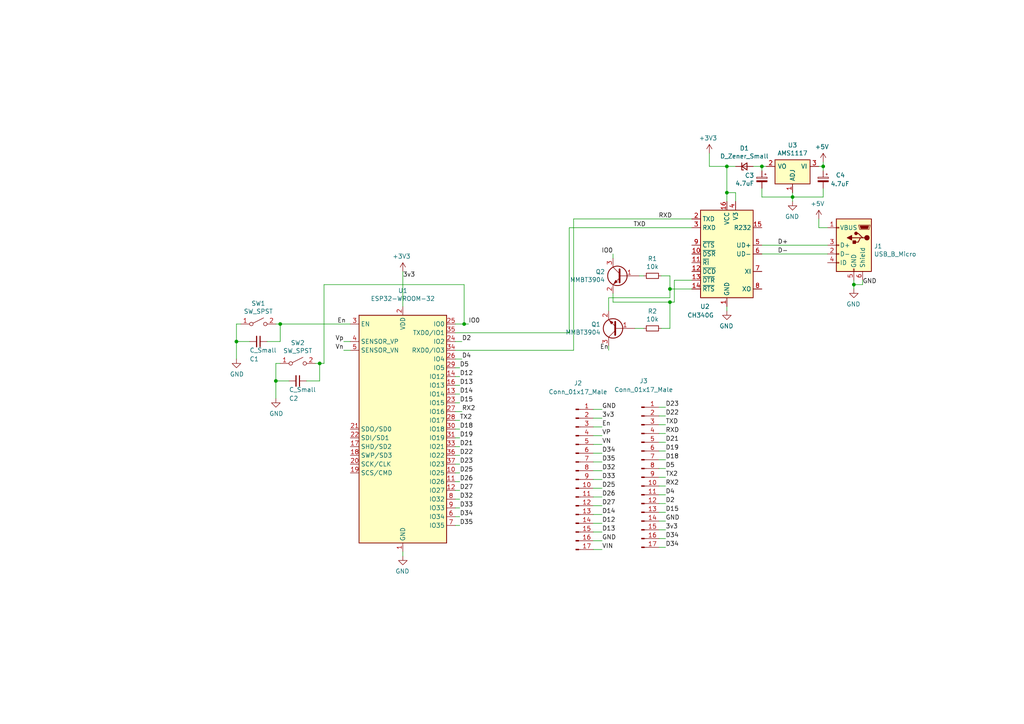
<source format=kicad_sch>
(kicad_sch (version 20211123) (generator eeschema)
  (paper "A4")
  (lib_symbols
    (symbol "Connector:Conn_01x17_Male" (pin_names (offset 1.016) hide)
      (property "Reference" "J" (at 0 22.86 0))
      (property "Value" "Conn_01x17_Male" (at 0 -22.86 0))
      (symbol "Conn_01x17_Male_1_1"
        (polyline (pts (xy 1.27 -20.32) (xy 0.8636 -20.32)) (stroke (width 0.1524)))
        (polyline (pts (xy 1.27 -17.78) (xy 0.8636 -17.78)) (stroke (width 0.1524)))
        (polyline (pts (xy 1.27 -15.24) (xy 0.8636 -15.24)) (stroke (width 0.1524)))
        (polyline (pts (xy 1.27 -12.7) (xy 0.8636 -12.7)) (stroke (width 0.1524)))
        (polyline (pts (xy 1.27 -10.16) (xy 0.8636 -10.16)) (stroke (width 0.1524)))
        (polyline (pts (xy 1.27 -7.62) (xy 0.8636 -7.62)) (stroke (width 0.1524)))
        (polyline (pts (xy 1.27 -5.08) (xy 0.8636 -5.08)) (stroke (width 0.1524)))
        (polyline (pts (xy 1.27 -2.54) (xy 0.8636 -2.54)) (stroke (width 0.1524)))
        (polyline (pts (xy 1.27 0) (xy 0.8636 0)) (stroke (width 0.1524)))
        (polyline (pts (xy 1.27 2.54) (xy 0.8636 2.54)) (stroke (width 0.1524)))
        (polyline (pts (xy 1.27 5.08) (xy 0.8636 5.08)) (stroke (width 0.1524)))
        (polyline (pts (xy 1.27 7.62) (xy 0.8636 7.62)) (stroke (width 0.1524)))
        (polyline (pts (xy 1.27 10.16) (xy 0.8636 10.16)) (stroke (width 0.1524)))
        (polyline (pts (xy 1.27 12.7) (xy 0.8636 12.7)) (stroke (width 0.1524)))
        (polyline (pts (xy 1.27 15.24) (xy 0.8636 15.24)) (stroke (width 0.1524)))
        (polyline (pts (xy 1.27 17.78) (xy 0.8636 17.78)) (stroke (width 0.1524)))
        (polyline (pts (xy 1.27 20.32) (xy 0.8636 20.32)) (stroke (width 0.1524)))
        (rectangle (start 0.8636 -20.193) (end 0 -20.447) (stroke (width 0.1524)) (fill (type outline)))
        (rectangle (start 0.8636 -17.653) (end 0 -17.907) (stroke (width 0.1524)) (fill (type outline)))
        (rectangle (start 0.8636 -15.113) (end 0 -15.367) (stroke (width 0.1524)) (fill (type outline)))
        (rectangle (start 0.8636 -12.573) (end 0 -12.827) (stroke (width 0.1524)) (fill (type outline)))
        (rectangle (start 0.8636 -10.033) (end 0 -10.287) (stroke (width 0.1524)) (fill (type outline)))
        (rectangle (start 0.8636 -7.493) (end 0 -7.747) (stroke (width 0.1524)) (fill (type outline)))
        (rectangle (start 0.8636 -4.953) (end 0 -5.207) (stroke (width 0.1524)) (fill (type outline)))
        (rectangle (start 0.8636 -2.413) (end 0 -2.667) (stroke (width 0.1524)) (fill (type outline)))
        (rectangle (start 0.8636 0.127) (end 0 -0.127) (stroke (width 0.1524)) (fill (type outline)))
        (rectangle (start 0.8636 2.667) (end 0 2.413) (stroke (width 0.1524)) (fill (type outline)))
        (rectangle (start 0.8636 5.207) (end 0 4.953) (stroke (width 0.1524)) (fill (type outline)))
        (rectangle (start 0.8636 7.747) (end 0 7.493) (stroke (width 0.1524)) (fill (type outline)))
        (rectangle (start 0.8636 10.287) (end 0 10.033) (stroke (width 0.1524)) (fill (type outline)))
        (rectangle (start 0.8636 12.827) (end 0 12.573) (stroke (width 0.1524)) (fill (type outline)))
        (rectangle (start 0.8636 15.367) (end 0 15.113) (stroke (width 0.1524)) (fill (type outline)))
        (rectangle (start 0.8636 17.907) (end 0 17.653) (stroke (width 0.1524)) (fill (type outline)))
        (rectangle (start 0.8636 20.447) (end 0 20.193) (stroke (width 0.1524)) (fill (type outline)))
        (pin passive line (at 5.08 20.32 180) (length 3.81) (name "Pin_1") (number "1"))
        (pin passive line (at 5.08 -2.54 180) (length 3.81) (name "Pin_10") (number "10"))
        (pin passive line (at 5.08 -5.08 180) (length 3.81) (name "Pin_11") (number "11"))
        (pin passive line (at 5.08 -7.62 180) (length 3.81) (name "Pin_12") (number "12"))
        (pin passive line (at 5.08 -10.16 180) (length 3.81) (name "Pin_13") (number "13"))
        (pin passive line (at 5.08 -12.7 180) (length 3.81) (name "Pin_14") (number "14"))
        (pin passive line (at 5.08 -15.24 180) (length 3.81) (name "Pin_15") (number "15"))
        (pin passive line (at 5.08 -17.78 180) (length 3.81) (name "Pin_16") (number "16"))
        (pin passive line (at 5.08 -20.32 180) (length 3.81) (name "Pin_17") (number "17"))
        (pin passive line (at 5.08 17.78 180) (length 3.81) (name "Pin_2") (number "2"))
        (pin passive line (at 5.08 15.24 180) (length 3.81) (name "Pin_3") (number "3"))
        (pin passive line (at 5.08 12.7 180) (length 3.81) (name "Pin_4") (number "4"))
        (pin passive line (at 5.08 10.16 180) (length 3.81) (name "Pin_5") (number "5"))
        (pin passive line (at 5.08 7.62 180) (length 3.81) (name "Pin_6") (number "6"))
        (pin passive line (at 5.08 5.08 180) (length 3.81) (name "Pin_7") (number "7"))
        (pin passive line (at 5.08 2.54 180) (length 3.81) (name "Pin_8") (number "8"))
        (pin passive line (at 5.08 0 180) (length 3.81) (name "Pin_9") (number "9"))
      )
    )
    (symbol "Connector:USB_B_Micro" (pin_names (offset 1.016))
      (property "Reference" "J" (at -5.08 11.43 0))
      (property "Value" "USB_B_Micro" (at -5.08 8.89 0))
      (symbol "USB_B_Micro_0_1"
        (rectangle (start -5.08 -7.62) (end 5.08 7.62) (stroke (width 0.254)) (fill (type background)))
        (circle (center -3.81 2.159) (radius 0.635) (stroke (width 0.254)) (fill (type outline)))
        (circle (center -0.635 3.429) (radius 0.381) (stroke (width 0.254)) (fill (type outline)))
        (rectangle (start -0.127 -7.62) (end 0.127 -6.858))
        (polyline (pts (xy -1.905 2.159) (xy 0.635 2.159)) (stroke (width 0.254)))
        (polyline (pts (xy -3.175 2.159) (xy -2.54 2.159) (xy -1.27 3.429) (xy -0.635 3.429)) (stroke (width 0.254)))
        (polyline (pts (xy -2.54 2.159) (xy -1.905 2.159) (xy -1.27 0.889) (xy 0 0.889)) (stroke (width 0.254)))
        (polyline (pts (xy 0.635 2.794) (xy 0.635 1.524) (xy 1.905 2.159) (xy 0.635 2.794)) (stroke (width 0.254)) (fill (type outline)))
        (polyline (pts (xy -4.318 5.588) (xy -1.778 5.588) (xy -2.032 4.826) (xy -4.064 4.826) (xy -4.318 5.588)) (fill (type outline)))
        (polyline (pts (xy -4.699 5.842) (xy -4.699 5.588) (xy -4.445 4.826) (xy -4.445 4.572) (xy -1.651 4.572) (xy -1.651 4.826) (xy -1.397 5.588) (xy -1.397 5.842) (xy -4.699 5.842)))
        (rectangle (start 0.254 1.27) (end -0.508 0.508) (stroke (width 0.254)) (fill (type outline)))
        (rectangle (start 5.08 -5.207) (end 4.318 -4.953))
        (rectangle (start 5.08 -2.667) (end 4.318 -2.413))
        (rectangle (start 5.08 -0.127) (end 4.318 0.127))
        (rectangle (start 5.08 4.953) (end 4.318 5.207))
      )
      (symbol "USB_B_Micro_1_1"
        (pin power_out line (at 7.62 5.08 180) (length 2.54) (name "VBUS") (number "1"))
        (pin bidirectional line (at 7.62 -2.54 180) (length 2.54) (name "D-") (number "2"))
        (pin bidirectional line (at 7.62 0 180) (length 2.54) (name "D+") (number "3"))
        (pin passive line (at 7.62 -5.08 180) (length 2.54) (name "ID") (number "4"))
        (pin power_out line (at 0 -10.16 90) (length 2.54) (name "GND") (number "5"))
        (pin passive line (at -2.54 -10.16 90) (length 2.54) (name "Shield") (number "6"))
      )
    )
    (symbol "Device:CP_Small" (pin_numbers hide) (pin_names (offset 0.254) hide)
      (property "Reference" "C" (at 0.254 1.778 0))
      (property "Value" "Device_CP_Small" (at 0.254 -2.032 0))
      (symbol "CP_Small_0_1"
        (rectangle (start -1.524 -0.3048) (end 1.524 -0.6858) (fill (type outline)))
        (rectangle (start -1.524 0.6858) (end 1.524 0.3048))
        (polyline (pts (xy -1.27 1.524) (xy -0.762 1.524)))
        (polyline (pts (xy -1.016 1.27) (xy -1.016 1.778)))
      )
      (symbol "CP_Small_1_1"
        (pin passive line (at 0 2.54 270) (length 1.8542) (name "~") (number "1"))
        (pin passive line (at 0 -2.54 90) (length 1.8542) (name "~") (number "2"))
      )
    )
    (symbol "Device:C_Small" (pin_numbers hide) (pin_names (offset 0.254) hide)
      (property "Reference" "C" (at 0.254 1.778 0))
      (property "Value" "C_Small" (at 0.254 -2.032 0))
      (symbol "C_Small_0_1"
        (polyline (pts (xy -1.524 -0.508) (xy 1.524 -0.508)) (stroke (width 0.3302)))
        (polyline (pts (xy -1.524 0.508) (xy 1.524 0.508)) (stroke (width 0.3048)))
      )
      (symbol "C_Small_1_1"
        (pin passive line (at 0 2.54 270) (length 2.032) (name "~") (number "1"))
        (pin passive line (at 0 -2.54 90) (length 2.032) (name "~") (number "2"))
      )
    )
    (symbol "Device:D_Zener_Small" (pin_numbers hide) (pin_names (offset 0.254) hide)
      (property "Reference" "D" (at 0 2.286 0))
      (property "Value" "D_Zener_Small" (at 0 -2.286 0))
      (symbol "D_Zener_Small_0_1"
        (polyline (pts (xy 0.762 0) (xy -0.762 0)))
        (polyline (pts (xy -0.254 1.016) (xy -0.762 1.016) (xy -0.762 -1.016)) (stroke (width 0.254)))
        (polyline (pts (xy 0.762 1.016) (xy -0.762 0) (xy 0.762 -1.016) (xy 0.762 1.016)) (stroke (width 0.254)))
      )
      (symbol "D_Zener_Small_1_1"
        (pin passive line (at -2.54 0 0) (length 1.778) (name "K") (number "1"))
        (pin passive line (at 2.54 0 180) (length 1.778) (name "A") (number "2"))
      )
    )
    (symbol "Device:R_Small" (pin_numbers hide) (pin_names (offset 0.254) hide)
      (property "Reference" "R" (at 0.762 0.508 0))
      (property "Value" "R_Small" (at 0.762 -1.016 0))
      (symbol "R_Small_0_1"
        (rectangle (start -0.762 1.778) (end 0.762 -1.778) (stroke (width 0.2032)))
      )
      (symbol "R_Small_1_1"
        (pin passive line (at 0 2.54 270) (length 0.762) (name "~") (number "1"))
        (pin passive line (at 0 -2.54 90) (length 0.762) (name "~") (number "2"))
      )
    )
    (symbol "Interface_USB:CH340G"
      (property "Reference" "U" (at -5.08 13.97 0))
      (property "Value" "CH340G" (at 1.27 13.97 0))
      (symbol "CH340G_0_1"
        (rectangle (start -7.62 12.7) (end 7.62 -12.7) (stroke (width 0.254)) (fill (type background)))
      )
      (symbol "CH340G_1_1"
        (pin power_in line (at 0 -15.24 90) (length 2.54) (name "GND") (number "1"))
        (pin input line (at 10.16 0 180) (length 2.54) (name "~{DSR}") (number "10"))
        (pin input line (at 10.16 -2.54 180) (length 2.54) (name "~{RI}") (number "11"))
        (pin input line (at 10.16 -5.08 180) (length 2.54) (name "~{DCD}") (number "12"))
        (pin output line (at 10.16 -7.62 180) (length 2.54) (name "~{DTR}") (number "13"))
        (pin output line (at 10.16 -10.16 180) (length 2.54) (name "~{RTS}") (number "14"))
        (pin input line (at -10.16 7.62 0) (length 2.54) (name "R232") (number "15"))
        (pin power_in line (at 0 15.24 270) (length 2.54) (name "VCC") (number "16"))
        (pin output line (at 10.16 10.16 180) (length 2.54) (name "TXD") (number "2"))
        (pin input line (at 10.16 7.62 180) (length 2.54) (name "RXD") (number "3"))
        (pin passive line (at -2.54 15.24 270) (length 2.54) (name "V3") (number "4"))
        (pin bidirectional line (at -10.16 2.54 0) (length 2.54) (name "UD+") (number "5"))
        (pin bidirectional line (at -10.16 0 0) (length 2.54) (name "UD-") (number "6"))
        (pin input line (at -10.16 -5.08 0) (length 2.54) (name "XI") (number "7"))
        (pin output line (at -10.16 -10.16 0) (length 2.54) (name "XO") (number "8"))
        (pin input line (at 10.16 2.54 180) (length 2.54) (name "~{CTS}") (number "9"))
      )
    )
    (symbol "RF_Module:ESP32-WROOM-32"
      (property "Reference" "U" (at -12.7 34.29 0))
      (property "Value" "ESP32-WROOM-32" (at 1.27 34.29 0))
      (symbol "ESP32-WROOM-32_0_1"
        (rectangle (start -12.7 33.02) (end 12.7 -33.02) (stroke (width 0.254)) (fill (type background)))
      )
      (symbol "ESP32-WROOM-32_1_1"
        (pin power_in line (at 0 -35.56 90) (length 2.54) (name "GND") (number "1"))
        (pin bidirectional line (at 15.24 -12.7 180) (length 2.54) (name "IO25") (number "10"))
        (pin bidirectional line (at 15.24 -15.24 180) (length 2.54) (name "IO26") (number "11"))
        (pin bidirectional line (at 15.24 -17.78 180) (length 2.54) (name "IO27") (number "12"))
        (pin bidirectional line (at 15.24 10.16 180) (length 2.54) (name "IO14") (number "13"))
        (pin bidirectional line (at 15.24 15.24 180) (length 2.54) (name "IO12") (number "14"))
        (pin passive line (at 0 -35.56 90) (length 2.54) hide (name "GND") (number "15"))
        (pin bidirectional line (at 15.24 12.7 180) (length 2.54) (name "IO13") (number "16"))
        (pin bidirectional line (at -15.24 -5.08 0) (length 2.54) (name "SHD/SD2") (number "17"))
        (pin bidirectional line (at -15.24 -7.62 0) (length 2.54) (name "SWP/SD3") (number "18"))
        (pin bidirectional line (at -15.24 -12.7 0) (length 2.54) (name "SCS/CMD") (number "19"))
        (pin power_in line (at 0 35.56 270) (length 2.54) (name "VDD") (number "2"))
        (pin bidirectional line (at -15.24 -10.16 0) (length 2.54) (name "SCK/CLK") (number "20"))
        (pin bidirectional line (at -15.24 0 0) (length 2.54) (name "SDO/SD0") (number "21"))
        (pin bidirectional line (at -15.24 -2.54 0) (length 2.54) (name "SDI/SD1") (number "22"))
        (pin bidirectional line (at 15.24 7.62 180) (length 2.54) (name "IO15") (number "23"))
        (pin bidirectional line (at 15.24 25.4 180) (length 2.54) (name "IO2") (number "24"))
        (pin bidirectional line (at 15.24 30.48 180) (length 2.54) (name "IO0") (number "25"))
        (pin bidirectional line (at 15.24 20.32 180) (length 2.54) (name "IO4") (number "26"))
        (pin bidirectional line (at 15.24 5.08 180) (length 2.54) (name "IO16") (number "27"))
        (pin bidirectional line (at 15.24 2.54 180) (length 2.54) (name "IO17") (number "28"))
        (pin bidirectional line (at 15.24 17.78 180) (length 2.54) (name "IO5") (number "29"))
        (pin input line (at -15.24 30.48 0) (length 2.54) (name "EN") (number "3"))
        (pin bidirectional line (at 15.24 0 180) (length 2.54) (name "IO18") (number "30"))
        (pin bidirectional line (at 15.24 -2.54 180) (length 2.54) (name "IO19") (number "31"))
        (pin no_connect line (at -12.7 -27.94 0) (length 2.54) hide (name "NC") (number "32"))
        (pin bidirectional line (at 15.24 -5.08 180) (length 2.54) (name "IO21") (number "33"))
        (pin bidirectional line (at 15.24 22.86 180) (length 2.54) (name "RXD0/IO3") (number "34"))
        (pin bidirectional line (at 15.24 27.94 180) (length 2.54) (name "TXD0/IO1") (number "35"))
        (pin bidirectional line (at 15.24 -7.62 180) (length 2.54) (name "IO22") (number "36"))
        (pin bidirectional line (at 15.24 -10.16 180) (length 2.54) (name "IO23") (number "37"))
        (pin passive line (at 0 -35.56 90) (length 2.54) hide (name "GND") (number "38"))
        (pin passive line (at 0 -35.56 90) (length 2.54) hide (name "GND") (number "39"))
        (pin input line (at -15.24 25.4 0) (length 2.54) (name "SENSOR_VP") (number "4"))
        (pin input line (at -15.24 22.86 0) (length 2.54) (name "SENSOR_VN") (number "5"))
        (pin input line (at 15.24 -25.4 180) (length 2.54) (name "IO34") (number "6"))
        (pin input line (at 15.24 -27.94 180) (length 2.54) (name "IO35") (number "7"))
        (pin bidirectional line (at 15.24 -20.32 180) (length 2.54) (name "IO32") (number "8"))
        (pin bidirectional line (at 15.24 -22.86 180) (length 2.54) (name "IO33") (number "9"))
      )
    )
    (symbol "Regulator_Linear:AMS1117" (pin_names (offset 0.762))
      (property "Reference" "U" (at -3.81 3.175 0))
      (property "Value" "AMS1117" (at 0 3.175 0))
      (symbol "AMS1117_0_1"
        (rectangle (start -5.08 -5.08) (end 5.08 1.905) (stroke (width 0.254)) (fill (type background)))
      )
      (symbol "AMS1117_1_1"
        (pin input line (at 0 -7.62 90) (length 2.54) (name "ADJ") (number "1"))
        (pin power_out line (at 7.62 0 180) (length 2.54) (name "VO") (number "2"))
        (pin power_in line (at -7.62 0 0) (length 2.54) (name "VI") (number "3"))
      )
    )
    (symbol "Switch:SW_SPST" (pin_names (offset 0) hide)
      (property "Reference" "SW" (at 0 3.175 0))
      (property "Value" "SW_SPST" (at 0 -2.54 0))
      (symbol "SW_SPST_0_0"
        (circle (center -2.032 0) (radius 0.508))
        (polyline (pts (xy -1.524 0.254) (xy 1.524 1.778)))
        (circle (center 2.032 0) (radius 0.508))
      )
      (symbol "SW_SPST_1_1"
        (pin passive line (at -5.08 0 0) (length 2.54) (name "A") (number "1"))
        (pin passive line (at 5.08 0 180) (length 2.54) (name "B") (number "2"))
      )
    )
    (symbol "Transistor_BJT:MMBT3904" (pin_names (offset 0) hide)
      (property "Reference" "Q" (at 5.08 1.905 0))
      (property "Value" "MMBT3904" (at 5.08 0 0))
      (symbol "MMBT3904_0_1"
        (polyline (pts (xy 0.635 0.635) (xy 2.54 2.54)))
        (polyline (pts (xy 0.635 -0.635) (xy 2.54 -2.54) (xy 2.54 -2.54)))
        (polyline (pts (xy 0.635 1.905) (xy 0.635 -1.905) (xy 0.635 -1.905)) (stroke (width 0.508)))
        (polyline (pts (xy 1.27 -1.778) (xy 1.778 -1.27) (xy 2.286 -2.286) (xy 1.27 -1.778) (xy 1.27 -1.778)) (fill (type outline)))
        (circle (center 1.27 0) (radius 2.8194) (stroke (width 0.254)))
      )
      (symbol "MMBT3904_1_1"
        (pin input line (at -5.08 0 0) (length 5.715) (name "B") (number "1"))
        (pin passive line (at 2.54 -5.08 90) (length 2.54) (name "E") (number "2"))
        (pin passive line (at 2.54 5.08 270) (length 2.54) (name "C") (number "3"))
      )
    )
    (symbol "power:+3V3" (power) (pin_names (offset 0))
      (property "Value" "+3V3" (at 0 3.556 0))
      (symbol "+3V3_0_1"
        (polyline (pts (xy -0.762 1.27) (xy 0 2.54)))
        (polyline (pts (xy 0 0) (xy 0 2.54)))
        (polyline (pts (xy 0 2.54) (xy 0.762 1.27)))
      )
      (symbol "+3V3_1_1"
        (pin power_in line (at 0 0 90) (length 0) hide (name "+3V3") (number "1"))
      )
    )
    (symbol "power:+5V" (power) (pin_names (offset 0))
      (property "Value" "+5V" (at 0 3.556 0))
      (symbol "+5V_0_1"
        (polyline (pts (xy -0.762 1.27) (xy 0 2.54)))
        (polyline (pts (xy 0 0) (xy 0 2.54)))
        (polyline (pts (xy 0 2.54) (xy 0.762 1.27)))
      )
      (symbol "+5V_1_1"
        (pin power_in line (at 0 0 90) (length 0) hide (name "+5V") (number "1"))
      )
    )
    (symbol "power:GND" (power) (pin_names (offset 0))
      (property "Value" "GND" (at 0 -3.81 0))
      (symbol "GND_0_1"
        (polyline (pts (xy 0 0) (xy 0 -1.27) (xy 1.27 -1.27) (xy 0 -2.54) (xy -1.27 -1.27) (xy 0 -1.27)))
      )
      (symbol "GND_1_1"
        (pin power_in line (at 0 0 270) (length 0) hide (name "GND") (number "1"))
      )
    )
  )
  (junction (at 194.31 87.63))
  (junction (at 210.82 55.88))
  (junction (at 238.76 48.26))
  (junction (at 92.71 105.41))
  (junction (at 80.01 110.49))
  (junction (at 210.82 48.26))
  (junction (at 194.31 83.82))
  (junction (at 134.62 93.98))
  (junction (at 229.87 57.15))
  (junction (at 220.98 48.26))
  (junction (at 68.58 99.06))
  (junction (at 247.65 82.55))
  (junction (at 81.28 93.98))
  (wire (pts (xy 250.19 82.55) (xy 247.65 82.55)))
  (wire (pts (xy 194.31 83.82) (xy 194.31 80.01)))
  (wire (pts (xy 132.08 119.38) (xy 133.985 119.38)))
  (wire (pts (xy 238.76 46.99) (xy 238.76 48.26)))
  (wire (pts (xy 176.53 86.36) (xy 194.31 86.36)))
  (wire (pts (xy 191.135 146.05) (xy 193.04 146.05)))
  (wire (pts (xy 176.53 101.6) (xy 176.53 100.33)))
  (wire (pts (xy 134.62 82.55) (xy 134.62 93.98)))
  (wire (pts (xy 93.98 105.41) (xy 93.98 82.55)))
  (wire (pts (xy 213.36 58.42) (xy 213.36 55.88)))
  (wire (pts (xy 172.085 126.365) (xy 174.625 126.365)))
  (wire (pts (xy 222.25 48.26) (xy 220.98 48.26)))
  (wire (pts (xy 191.135 125.73) (xy 193.04 125.73)))
  (wire (pts (xy 213.36 55.88) (xy 210.82 55.88)))
  (wire (pts (xy 132.08 111.76) (xy 133.35 111.76)))
  (wire (pts (xy 92.71 110.49) (xy 92.71 105.41)))
  (wire (pts (xy 132.08 152.4) (xy 133.35 152.4)))
  (wire (pts (xy 132.08 109.22) (xy 133.35 109.22)))
  (wire (pts (xy 229.87 58.42) (xy 229.87 57.15)))
  (wire (pts (xy 247.65 82.55) (xy 247.65 81.28)))
  (wire (pts (xy 177.8 74.93) (xy 177.8 73.66)))
  (wire (pts (xy 191.135 148.59) (xy 193.04 148.59)))
  (wire (pts (xy 166.37 101.6) (xy 166.37 63.5)))
  (wire (pts (xy 191.135 120.65) (xy 193.04 120.65)))
  (wire (pts (xy 247.65 83.82) (xy 247.65 82.55)))
  (wire (pts (xy 92.71 105.41) (xy 93.98 105.41)))
  (wire (pts (xy 68.58 99.06) (xy 68.58 93.98)))
  (wire (pts (xy 132.08 104.14) (xy 133.985 104.14)))
  (wire (pts (xy 80.01 115.57) (xy 80.01 110.49)))
  (wire (pts (xy 205.74 44.45) (xy 205.74 48.26)))
  (wire (pts (xy 172.085 141.605) (xy 174.625 141.605)))
  (wire (pts (xy 72.39 99.06) (xy 68.58 99.06)))
  (wire (pts (xy 191.135 153.67) (xy 193.04 153.67)))
  (wire (pts (xy 132.08 96.52) (xy 165.1 96.52)))
  (wire (pts (xy 191.135 156.21) (xy 193.04 156.21)))
  (wire (pts (xy 194.31 86.36) (xy 194.31 83.82)))
  (wire (pts (xy 176.53 90.17) (xy 176.53 86.36)))
  (wire (pts (xy 132.08 132.08) (xy 133.35 132.08)))
  (wire (pts (xy 172.085 144.145) (xy 174.625 144.145)))
  (wire (pts (xy 132.08 134.62) (xy 133.35 134.62)))
  (wire (pts (xy 191.135 123.19) (xy 193.04 123.19)))
  (wire (pts (xy 132.08 147.32) (xy 133.35 147.32)))
  (wire (pts (xy 132.08 137.16) (xy 133.35 137.16)))
  (wire (pts (xy 116.84 78.74) (xy 116.84 88.9)))
  (wire (pts (xy 132.08 99.06) (xy 133.985 99.06)))
  (wire (pts (xy 218.44 48.26) (xy 220.98 48.26)))
  (wire (pts (xy 81.28 93.98) (xy 101.6 93.98)))
  (wire (pts (xy 116.84 160.02) (xy 116.84 161.29)))
  (wire (pts (xy 172.085 154.305) (xy 174.625 154.305)))
  (wire (pts (xy 200.66 81.28) (xy 195.58 81.28)))
  (wire (pts (xy 99.695 101.6) (xy 101.6 101.6)))
  (wire (pts (xy 81.28 93.98) (xy 80.01 93.98)))
  (wire (pts (xy 68.58 104.14) (xy 68.58 99.06)))
  (wire (pts (xy 132.08 142.24) (xy 133.35 142.24)))
  (wire (pts (xy 172.085 121.285) (xy 174.625 121.285)))
  (wire (pts (xy 237.49 66.04) (xy 240.03 66.04)))
  (wire (pts (xy 172.085 151.765) (xy 174.625 151.765)))
  (wire (pts (xy 186.69 95.25) (xy 184.15 95.25)))
  (wire (pts (xy 191.135 130.81) (xy 193.04 130.81)))
  (wire (pts (xy 213.36 48.26) (xy 210.82 48.26)))
  (wire (pts (xy 194.31 95.25) (xy 194.31 87.63)))
  (wire (pts (xy 177.8 87.63) (xy 177.8 85.09)))
  (wire (pts (xy 238.76 48.26) (xy 237.49 48.26)))
  (wire (pts (xy 238.76 57.15) (xy 229.87 57.15)))
  (wire (pts (xy 88.9 110.49) (xy 92.71 110.49)))
  (wire (pts (xy 92.71 105.41) (xy 91.44 105.41)))
  (wire (pts (xy 77.47 99.06) (xy 81.28 99.06)))
  (wire (pts (xy 210.82 88.9) (xy 210.82 90.17)))
  (wire (pts (xy 195.58 87.63) (xy 194.31 87.63)))
  (wire (pts (xy 220.98 71.12) (xy 240.03 71.12)))
  (wire (pts (xy 166.37 63.5) (xy 200.66 63.5)))
  (wire (pts (xy 250.19 81.28) (xy 250.19 82.55)))
  (wire (pts (xy 191.135 133.35) (xy 193.04 133.35)))
  (wire (pts (xy 99.695 99.06) (xy 101.6 99.06)))
  (wire (pts (xy 81.28 99.06) (xy 81.28 93.98)))
  (wire (pts (xy 191.135 138.43) (xy 193.04 138.43)))
  (wire (pts (xy 191.135 140.97) (xy 193.04 140.97)))
  (wire (pts (xy 172.085 149.225) (xy 174.625 149.225)))
  (wire (pts (xy 172.085 139.065) (xy 174.625 139.065)))
  (wire (pts (xy 191.135 143.51) (xy 193.04 143.51)))
  (wire (pts (xy 200.66 83.82) (xy 194.31 83.82)))
  (wire (pts (xy 172.085 136.525) (xy 174.625 136.525)))
  (wire (pts (xy 80.01 110.49) (xy 80.01 105.41)))
  (wire (pts (xy 172.085 156.845) (xy 174.625 156.845)))
  (wire (pts (xy 191.135 118.11) (xy 193.04 118.11)))
  (wire (pts (xy 80.01 105.41) (xy 81.28 105.41)))
  (wire (pts (xy 172.085 146.685) (xy 174.625 146.685)))
  (wire (pts (xy 132.08 144.78) (xy 133.35 144.78)))
  (wire (pts (xy 93.98 82.55) (xy 134.62 82.55)))
  (wire (pts (xy 220.98 73.66) (xy 240.03 73.66)))
  (wire (pts (xy 132.08 124.46) (xy 133.35 124.46)))
  (wire (pts (xy 132.08 139.7) (xy 133.35 139.7)))
  (wire (pts (xy 191.135 151.13) (xy 193.04 151.13)))
  (wire (pts (xy 238.76 49.53) (xy 238.76 48.26)))
  (wire (pts (xy 237.49 63.5) (xy 237.49 66.04)))
  (wire (pts (xy 132.08 127) (xy 133.35 127)))
  (wire (pts (xy 132.08 101.6) (xy 166.37 101.6)))
  (wire (pts (xy 165.1 66.04) (xy 200.66 66.04)))
  (wire (pts (xy 205.74 48.26) (xy 210.82 48.26)))
  (wire (pts (xy 172.085 159.385) (xy 174.625 159.385)))
  (wire (pts (xy 172.085 118.745) (xy 174.625 118.745)))
  (wire (pts (xy 195.58 81.28) (xy 195.58 87.63)))
  (wire (pts (xy 210.82 55.88) (xy 210.82 58.42)))
  (wire (pts (xy 229.87 55.88) (xy 229.87 57.15)))
  (wire (pts (xy 134.62 93.98) (xy 132.08 93.98)))
  (wire (pts (xy 135.89 93.98) (xy 134.62 93.98)))
  (wire (pts (xy 191.77 95.25) (xy 194.31 95.25)))
  (wire (pts (xy 191.135 158.75) (xy 193.04 158.75)))
  (wire (pts (xy 132.08 121.92) (xy 133.35 121.92)))
  (wire (pts (xy 83.82 110.49) (xy 80.01 110.49)))
  (wire (pts (xy 220.98 48.26) (xy 220.98 49.53)))
  (wire (pts (xy 194.31 87.63) (xy 177.8 87.63)))
  (wire (pts (xy 132.08 114.3) (xy 133.35 114.3)))
  (wire (pts (xy 186.69 80.01) (xy 185.42 80.01)))
  (wire (pts (xy 172.085 133.985) (xy 174.625 133.985)))
  (wire (pts (xy 132.08 116.84) (xy 133.35 116.84)))
  (wire (pts (xy 172.085 128.905) (xy 174.625 128.905)))
  (wire (pts (xy 210.82 48.26) (xy 210.82 55.88)))
  (wire (pts (xy 132.08 129.54) (xy 133.35 129.54)))
  (wire (pts (xy 238.76 54.61) (xy 238.76 57.15)))
  (wire (pts (xy 220.98 57.15) (xy 220.98 54.61)))
  (wire (pts (xy 132.08 106.68) (xy 133.35 106.68)))
  (wire (pts (xy 165.1 96.52) (xy 165.1 66.04)))
  (wire (pts (xy 194.31 80.01) (xy 191.77 80.01)))
  (wire (pts (xy 229.87 57.15) (xy 220.98 57.15)))
  (wire (pts (xy 172.085 131.445) (xy 174.625 131.445)))
  (wire (pts (xy 68.58 93.98) (xy 69.85 93.98)))
  (wire (pts (xy 172.085 123.825) (xy 174.625 123.825)))
  (wire (pts (xy 191.135 128.27) (xy 193.04 128.27)))
  (wire (pts (xy 191.135 135.89) (xy 193.04 135.89)))
  (wire (pts (xy 132.08 149.86) (xy 133.35 149.86)))
  (label "D5" (at 133.35 106.68 0))
  (label "D34" (at 193.04 156.21 0))
  (label "IO0" (at 177.8 73.66 180))
  (label "D22" (at 133.35 132.08 0))
  (label "3v3" (at 193.04 153.67 0))
  (label "RX2" (at 133.985 119.38 0))
  (label "D18" (at 133.35 124.46 0))
  (label "D2" (at 193.04 146.05 0))
  (label "TX2" (at 133.35 121.92 0))
  (label "Vn" (at 99.695 101.6 180))
  (label "VIN" (at 174.625 159.385 0))
  (label "D27" (at 133.35 142.24 0))
  (label "D13" (at 174.625 154.305 0))
  (label "D12" (at 133.35 109.22 0))
  (label "D19" (at 193.04 130.81 0))
  (label "RXD" (at 193.04 125.73 0))
  (label "En" (at 176.53 101.6 180))
  (label "D18" (at 193.04 133.35 0))
  (label "IO0" (at 135.89 93.98 0))
  (label "D26" (at 133.35 139.7 0))
  (label "GND" (at 250.19 82.55 0))
  (label "D19" (at 133.35 127 0))
  (label "D34" (at 193.04 158.75 0))
  (label "RXD" (at 194.945 63.5 180))
  (label "D13" (at 133.35 111.76 0))
  (label "D-" (at 228.6 73.66 180))
  (label "3v3" (at 174.625 121.285 0))
  (label "D33" (at 133.35 147.32 0))
  (label "D26" (at 174.625 144.145 0))
  (label "D35" (at 174.625 133.985 0))
  (label "D14" (at 174.625 149.225 0))
  (label "Vp" (at 99.695 99.06 180))
  (label "D32" (at 174.625 136.525 0))
  (label "D21" (at 133.35 129.54 0))
  (label "D5" (at 193.04 135.89 0))
  (label "D25" (at 174.625 141.605 0))
  (label "VN" (at 174.625 128.905 0))
  (label "TXD" (at 187.325 66.04 180))
  (label "GND" (at 193.04 151.13 0))
  (label "D34" (at 133.35 149.86 0))
  (label "D21" (at 193.04 128.27 0))
  (label "D15" (at 133.35 116.84 0))
  (label "D25" (at 133.35 137.16 0))
  (label "3v3" (at 116.84 80.645 0))
  (label "D+" (at 228.6 71.12 180))
  (label "VP" (at 174.625 126.365 0))
  (label "D23" (at 133.35 134.62 0))
  (label "D4" (at 133.985 104.14 0))
  (label "D23" (at 193.04 118.11 0))
  (label "D14" (at 133.35 114.3 0))
  (label "D35" (at 133.35 152.4 0))
  (label "D22" (at 193.04 120.65 0))
  (label "D32" (at 133.35 144.78 0))
  (label "D4" (at 193.04 143.51 0))
  (label "D33" (at 174.625 139.065 0))
  (label "RX2" (at 193.04 140.97 0))
  (label "GND" (at 174.625 118.745 0))
  (label "GND" (at 174.625 156.845 0))
  (label "TX2" (at 193.04 138.43 0))
  (label "D34" (at 174.625 131.445 0))
  (label "En" (at 174.625 123.825 0))
  (label "En" (at 100.33 93.98 180))
  (label "D12" (at 174.625 151.765 0))
  (label "D15" (at 193.04 148.59 0))
  (label "D2" (at 133.985 99.06 0))
  (label "TXD" (at 193.04 123.19 0))
  (label "D27" (at 174.625 146.685 0))
  (symbol (lib_id "RF_Module:ESP32-WROOM-32") (at 116.84 124.46 0) (unit 1)
    (property "Reference" "U1" (at 116.84 84.3026 0))
    (property "Value" "ESP32-WROOM-32" (at 116.84 86.614 0))
    (property "Footprint" "RF_Module:ESP32-WROOM-32" (effects hide))
    (property "Datasheet" "https://www.espressif.com/sites/default/files/documentation/esp32-wroom-32_datasheet_en.pdf" (effects hide))
  )
  (symbol (lib_id "Interface_USB:CH340G") (at 210.82 73.66 0) (mirror y) (unit 1)
    (property "Reference" "U2" (at 204.47 88.9 0))
    (property "Value" "CH340G" (at 203.2 91.44 0))
    (property "Footprint" "Package_SO:SOIC-16_3.9x9.9mm_P1.27mm" (effects hide))
    (property "Datasheet" "http://www.datasheet5.com/pdf-local-2195953" (effects hide))
  )
  (symbol (lib_id "Regulator_Linear:AMS1117") (at 229.87 48.26 0) (mirror y) (unit 1)
    (property "Reference" "U3" (at 229.87 42.1132 0))
    (property "Value" "AMS1117" (at 229.87 44.4246 0))
    (property "Footprint" "Package_TO_SOT_SMD:SOT-223-3_TabPin2" (effects hide))
    (property "Datasheet" "http://www.advanced-monolithic.com/pdf/ds1117.pdf" (effects hide))
  )
  (symbol (lib_id "Device:R_Small") (at 189.23 80.01 90) (mirror x) (unit 1)
    (property "Reference" "R1" (at 189.23 75.0316 90))
    (property "Value" "10k" (at 189.23 77.343 90))
    (property "Footprint" "Resistor_SMD:R_0805_2012Metric_Pad1.20x1.40mm_HandSolder" (effects hide))
  )
  (symbol (lib_id "Device:R_Small") (at 189.23 95.25 90) (mirror x) (unit 1)
    (property "Reference" "R2" (at 189.23 90.2716 90))
    (property "Value" "10k" (at 189.23 92.583 90))
    (property "Footprint" "Resistor_SMD:R_0805_2012Metric_Pad1.20x1.40mm_HandSolder" (effects hide))
  )
  (symbol (lib_id "Device:CP_Small") (at 238.76 52.07 0) (mirror y) (unit 1)
    (property "Reference" "C4" (at 245.11 50.8 0) (effects (justify left)))
    (property "Value" "4.7uF" (at 246.38 53.34 0) (effects (justify left)))
    (property "Footprint" "Capacitor_SMD:C_0805_2012Metric_Pad1.18x1.45mm_HandSolder" (effects hide))
  )
  (symbol (lib_id "Device:CP_Small") (at 220.98 52.07 0) (mirror y) (unit 1)
    (property "Reference" "C3" (at 218.7448 50.9016 0) (effects (justify left)))
    (property "Value" "4.7uF" (at 218.7448 53.213 0) (effects (justify left)))
    (property "Footprint" "Capacitor_SMD:C_0805_2012Metric_Pad1.18x1.45mm_HandSolder" (effects hide))
  )
  (symbol (lib_id "Device:D_Zener_Small") (at 215.9 48.26 0) (mirror x) (unit 1)
    (property "Reference" "D1" (at 215.9 43.0022 0))
    (property "Value" "D_Zener_Small" (at 215.9 45.3136 0))
    (property "Footprint" "Diode_SMD:D_SOD-323" (effects hide))
  )
  (symbol (lib_id "power:GND") (at 229.87 58.42 0) (mirror y) (unit 1)
    (property "Reference" "#PWR0101" (effects hide))
    (property "Value" "GND" (at 229.743 62.8142 0))
  )
  (symbol (lib_id "power:+5V") (at 238.76 46.99 0) (mirror y) (unit 1)
    (property "Reference" "#PWR0102" (effects hide))
    (property "Value" "+5V" (at 238.379 42.5958 0))
  )
  (symbol (lib_id "power:GND") (at 210.82 90.17 0) (mirror y) (unit 1)
    (property "Reference" "#PWR0103" (effects hide))
    (property "Value" "GND" (at 210.693 94.5642 0))
  )
  (symbol (lib_id "Device:C_Small") (at 74.93 99.06 270) (unit 1)
    (property "Reference" "C1" (at 72.39 104.14 90) (effects (justify left)))
    (property "Value" "C_Small" (at 72.39 101.6 90) (effects (justify left)))
    (property "Footprint" "Capacitor_SMD:C_0805_2012Metric_Pad1.18x1.45mm_HandSolder" (effects hide))
  )
  (symbol (lib_id "Switch:SW_SPST") (at 74.93 93.98 0) (unit 1)
    (property "Reference" "SW1" (at 74.93 88.011 0))
    (property "Value" "SW_SPST" (at 74.93 90.3224 0))
    (property "Footprint" "Button_Switch_SMD:SW_SPST_EVQPE1" (effects hide))
  )
  (symbol (lib_id "power:GND") (at 68.58 104.14 0) (unit 1)
    (property "Reference" "#PWR0104" (effects hide))
    (property "Value" "GND" (at 68.707 108.5342 0))
  )
  (symbol (lib_id "Device:C_Small") (at 86.36 110.49 270) (unit 1)
    (property "Reference" "C2" (at 83.82 115.57 90) (effects (justify left)))
    (property "Value" "C_Small" (at 83.82 113.03 90) (effects (justify left)))
    (property "Footprint" "Capacitor_SMD:C_0805_2012Metric_Pad1.18x1.45mm_HandSolder" (effects hide))
  )
  (symbol (lib_id "Switch:SW_SPST") (at 86.36 105.41 0) (unit 1)
    (property "Reference" "SW2" (at 86.36 99.441 0))
    (property "Value" "SW_SPST" (at 86.36 101.7524 0))
    (property "Footprint" "Button_Switch_SMD:SW_SPST_EVQPE1" (effects hide))
  )
  (symbol (lib_id "power:GND") (at 80.01 115.57 0) (unit 1)
    (property "Reference" "#PWR0105" (effects hide))
    (property "Value" "GND" (at 80.137 119.9642 0))
  )
  (symbol (lib_id "power:+3V3") (at 205.74 44.45 0) (mirror y) (unit 1)
    (property "Reference" "#PWR0108" (effects hide))
    (property "Value" "+3V3" (at 205.359 40.0558 0))
  )
  (symbol (lib_id "Transistor_BJT:MMBT3904") (at 180.34 80.01 0) (mirror y) (unit 1)
    (property "Reference" "Q2" (at 175.4886 78.8416 0) (effects (justify left)))
    (property "Value" "MMBT3904" (at 175.4886 81.153 0) (effects (justify left)))
    (property "Footprint" "Package_TO_SOT_SMD:SOT-23" (effects hide))
    (property "Datasheet" "https://www.onsemi.com/pub/Collateral/2N3903-D.PDF" (effects hide))
  )
  (symbol (lib_id "Transistor_BJT:MMBT3904") (at 179.07 95.25 180) (unit 1)
    (property "Reference" "Q1" (at 174.2186 94.0816 0) (effects (justify left)))
    (property "Value" "MMBT3904" (at 174.2186 96.393 0) (effects (justify left)))
    (property "Footprint" "Package_TO_SOT_SMD:SOT-23" (effects hide))
    (property "Datasheet" "https://www.onsemi.com/pub/Collateral/2N3903-D.PDF" (effects hide))
  )
  (symbol (lib_id "Connector:USB_B_Micro") (at 247.65 71.12 0) (mirror y) (unit 1)
    (property "Reference" "J1" (at 253.492 71.3994 0) (effects (justify right)))
    (property "Value" "USB_B_Micro" (at 253.492 73.7108 0) (effects (justify right)))
    (property "Footprint" "Connector_USB:USB_Micro-B_Molex-105017-0001" (effects hide))
  )
  (symbol (lib_id "power:GND") (at 247.65 83.82 0) (mirror y) (unit 1)
    (property "Reference" "#PWR0109" (effects hide))
    (property "Value" "GND" (at 247.523 88.2142 0))
  )
  (symbol (lib_id "power:+5V") (at 237.49 63.5 0) (mirror y) (unit 1)
    (property "Reference" "#PWR0110" (effects hide))
    (property "Value" "+5V" (at 237.109 59.1058 0))
  )
  (symbol (lib_id "power:+3V3") (at 116.84 78.74 0) (mirror y) (unit 1)
    (property "Reference" "#PWR0106" (effects hide))
    (property "Value" "+3V3" (at 116.459 74.3458 0))
  )
  (symbol (lib_id "power:GND") (at 116.84 161.29 0) (mirror y) (unit 1)
    (property "Reference" "#PWR0107" (effects hide))
    (property "Value" "GND" (at 116.713 165.6842 0))
  )
  (symbol (lib_id "Connector:Conn_01x17_Male") (at 186.055 138.43 0) (unit 1)
    (property "Reference" "J3" (at 186.69 110.49 0))
    (property "Value" "Conn_01x17_Male" (at 186.69 113.03 0))
    (property "Footprint" "Connector_PinHeader_2.54mm:PinHeader_1x17_P2.54mm_Vertical" (effects hide))
  )
  (symbol (lib_id "Connector:Conn_01x17_Male") (at 167.005 139.065 0) (unit 1)
    (property "Reference" "J2" (at 167.64 111.125 0))
    (property "Value" "Conn_01x17_Male" (at 167.64 113.665 0))
    (property "Footprint" "Connector_PinHeader_2.54mm:PinHeader_1x17_P2.54mm_Vertical" (effects hide))
  )
)
</source>
